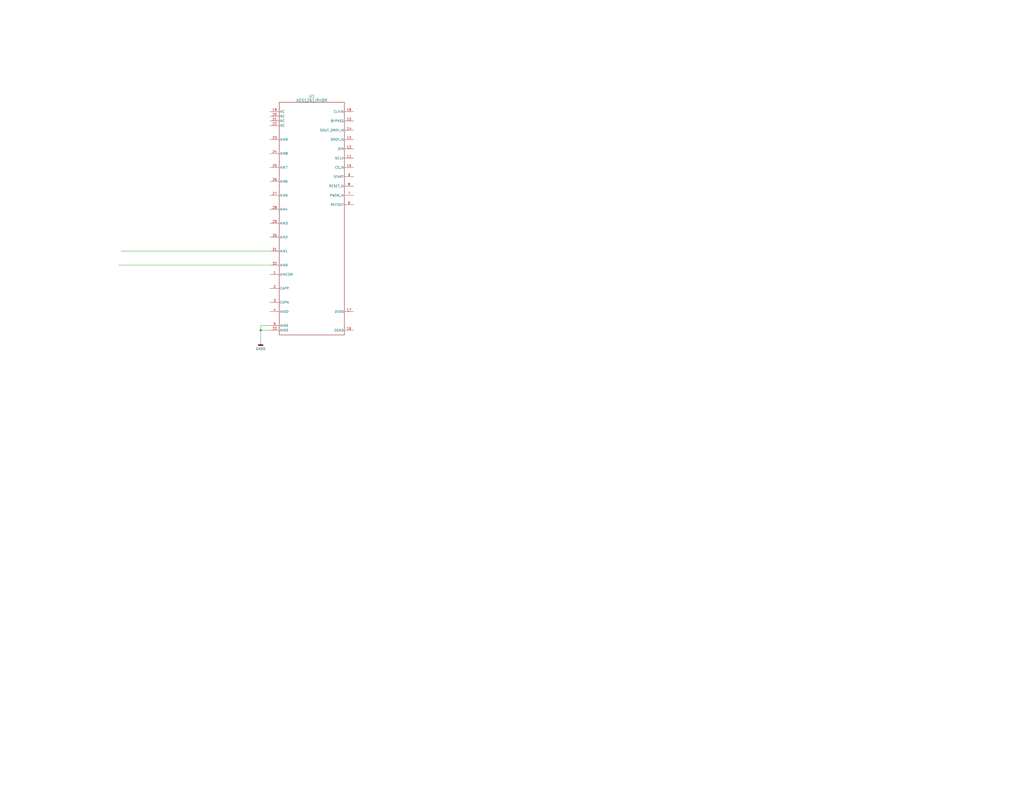
<source format=kicad_sch>
(kicad_sch (version 20230121) (generator eeschema)
  (paper "C")
  (lib_symbols
    (symbol "adc:ADS1261IRHBR" (pin_names (offset 0.254))
      (property "Reference" "U" (at 0 2.54 0))
      (property "Value" "ADS1261IRHBR" (at 0 0 0))
      (symbol "ADS1261IRHBR_0_1"
        (polyline (pts (xy -17.78 -63.5) (xy 17.78 -63.5)) (stroke (width 0.2032)))
        (polyline (pts (xy -17.78 63.5) (xy -17.78 -63.5)) (stroke (width 0.2032)))
        (polyline (pts (xy 17.78 -63.5) (xy 17.78 63.5)) (stroke (width 0.2032)))
        (polyline (pts (xy 17.78 63.5) (xy -17.78 63.5)) (stroke (width 0.2032)))
        (pin input line (at -22.86 -30.48 0) (length 5.08) (name "AINCOM") (number "1"))
        (pin input line (at 22.86 27.94 180) (length 5.08) (name "CS_N") (number "10"))
        (pin input line (at 22.86 33.02 180) (length 5.08) (name "SCLK") (number "11"))
        (pin input line (at 22.86 38.1 180) (length 5.08) (name "DIN") (number "12"))
        (pin output line (at 22.86 43.18 180) (length 5.08) (name "DRDY_N") (number "13"))
        (pin output line (at 22.86 48.26 180) (length 5.08) (name "DOUT_DRDY_N") (number "14"))
        (pin unspecified line (at 22.86 53.34 180) (length 5.08) (name "BYPASS") (number "15"))
        (pin power_in line (at 22.86 -60.96 180) (length 5.08) (name "DGND") (number "16"))
        (pin power_in line (at 22.86 -50.8 180) (length 5.08) (name "DVDD") (number "17"))
        (pin input line (at 22.86 58.42 180) (length 5.08) (name "CLKIN") (number "18"))
        (pin unspecified line (at -22.86 58.42 0) (length 5.08) (name "NC") (number "19"))
        (pin unspecified line (at -22.86 -38.1 0) (length 5.08) (name "CAPP") (number "2"))
        (pin unspecified line (at -22.86 55.88 0) (length 5.08) (name "NC") (number "20"))
        (pin unspecified line (at -22.86 53.34 0) (length 5.08) (name "NC") (number "21"))
        (pin unspecified line (at -22.86 50.8 0) (length 5.08) (name "NC") (number "22"))
        (pin input line (at -22.86 43.18 0) (length 5.08) (name "AIN9") (number "23"))
        (pin input line (at -22.86 35.56 0) (length 5.08) (name "AIN8") (number "24"))
        (pin input line (at -22.86 27.94 0) (length 5.08) (name "AIN7") (number "25"))
        (pin input line (at -22.86 20.32 0) (length 5.08) (name "AIN6") (number "26"))
        (pin input line (at -22.86 12.7 0) (length 5.08) (name "AIN5") (number "27"))
        (pin input line (at -22.86 5.08 0) (length 5.08) (name "AIN4") (number "28"))
        (pin input line (at -22.86 -2.54 0) (length 5.08) (name "AIN3") (number "29"))
        (pin unspecified line (at -22.86 -45.72 0) (length 5.08) (name "CAPN") (number "3"))
        (pin input line (at -22.86 -10.16 0) (length 5.08) (name "AIN2") (number "30"))
        (pin input line (at -22.86 -17.78 0) (length 5.08) (name "AIN1") (number "31"))
        (pin input line (at -22.86 -25.4 0) (length 5.08) (name "AIN0") (number "32"))
        (pin power_in line (at -22.86 -60.96 0) (length 5.08) (name "AVSS") (number "33"))
        (pin power_in line (at -22.86 -50.8 0) (length 5.08) (name "AVDD") (number "4"))
        (pin power_in line (at -22.86 -58.42 0) (length 5.08) (name "AVSS") (number "5"))
        (pin output line (at 22.86 7.62 180) (length 5.08) (name "REFOUT") (number "6"))
        (pin input line (at 22.86 12.7 180) (length 5.08) (name "PWDN_N") (number "7"))
        (pin input line (at 22.86 17.78 180) (length 5.08) (name "RESET_N") (number "8"))
        (pin input line (at 22.86 22.86 180) (length 5.08) (name "START") (number "9"))
      )
    )
    (symbol "power:GNDD" (power) (pin_names (offset 0))
      (property "Value" "GNDD" (at 0 -3.175 0))
      (symbol "GNDD_0_1"
        (rectangle (start -1.27 -1.524) (end 1.27 -2.032) (stroke (width 0.254)) (fill (type outline)))
        (polyline (pts (xy 0 0) (xy 0 -1.524)))
      )
      (symbol "GNDD_1_1"
        (pin power_in line (at 0 0 270) (length 0) hide (name "GNDD") (number "1"))
      )
    )
  )
  (junction (at 142.24 180.34))
  (wire (pts (xy 147.32 177.8) (xy 142.24 177.8)))
  (wire (pts (xy 142.24 180.34) (xy 142.24 186.69)))
  (wire (pts (xy 66.04 137.16) (xy 147.32 137.16)))
  (wire (pts (xy 64.77 144.78) (xy 147.32 144.78)))
  (wire (pts (xy 142.24 177.8) (xy 142.24 180.34)))
  (wire (pts (xy 142.24 180.34) (xy 147.32 180.34)))
  (symbol (lib_id "power:GNDD") (at 142.24 186.69 0) (unit 1)
    (property "Reference" "#PWR01" (effects hide))
    (property "Value" "GNDD" (at 142.24 190.4445 0))
  )
  (symbol (lib_id "adc:ADS1261IRHBR") (at 170.18 119.38 0) (unit 1)
    (property "Reference" "U1" (at 170.18 52.5223 0) (effects (font (size 1.524 1.524))))
    (property "Value" "ADS1261IRHBR" (at 170.18 54.7765 0) (effects (font (size 1.524 1.524))))
    (property "Footprint" "RHB0032E" (effects hide))
    (property "Datasheet" "ADS1261IRHBR" (effects hide))
  )
)
</source>
